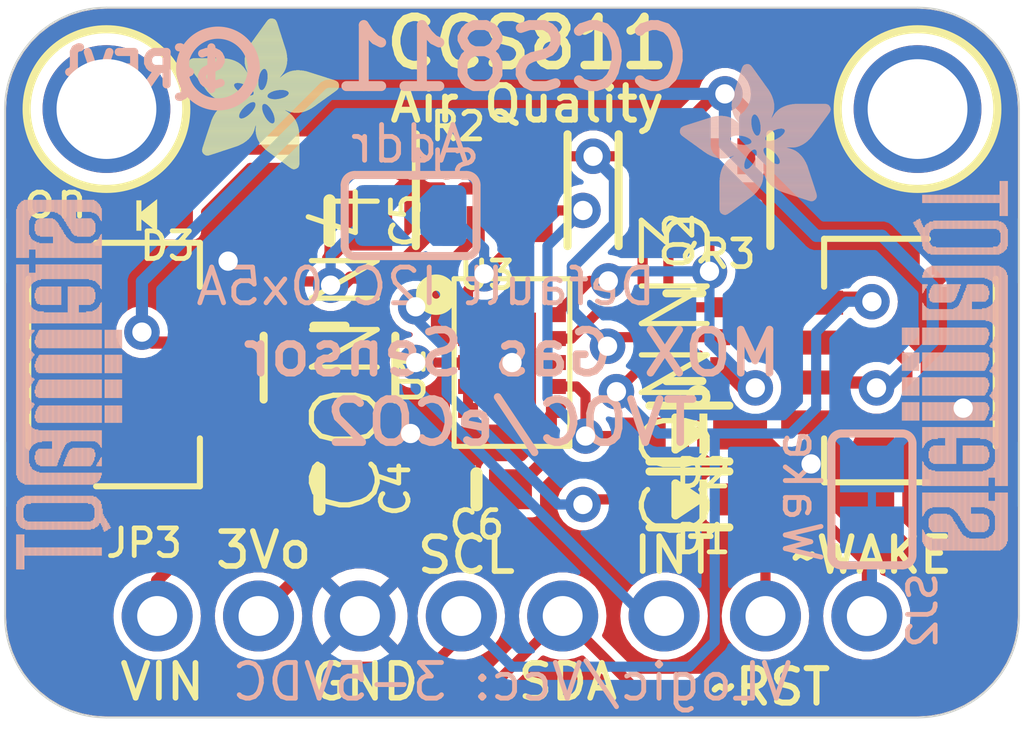
<source format=kicad_pcb>
(kicad_pcb (version 20221018) (generator pcbnew)
  (layers (0 "F.Cu" signal) (31 "B.Cu" signal) (34 "B.Paste" user) (35 "F.Paste" user) (36 "B.SilkS" user "B.Silkscreen") (37 "F.SilkS" user "F.Silkscreen") (38 "B.Mask" user) (39 "F.Mask" user) (44 "Edge.Cuts" user))
  (net 0 "")
  (net 1 "GND")
  (net 2 "SDA")
  (net 3 "SCL")
  (net 4 "3.3V")
  (net 5 "SCL_3V")
  (net 6 "SDA_3V")
  (net 7 "~{INT}")
  (net 8 "~{RST_3V}")
  (net 9 "~{WAKE_3V}")
  (net 10 "~{RESET}")
  (net 11 "~{WAKE}")
  (net 12 "ADDR")
  (net 13 "VCC")
  (net 14 "N$3")
  (net 15 "SENSE")
  (net 16 "AUX")
  (footprint "working:SOD-323" (layer "F.Cu") (at 152.9461 108.4326 180)
    (fp_text reference "D1" (at -1.1 -1) (layer "F.SilkS") (effects (font (size 0.692831 0.692831) (thickness 0.119969)) (justify right)))
    (fp_text value "1N4148")
    (pad "A" smd rect (at 1.27 0 180) (size 1.35 0.8) (layers "F.Cu" "F.Paste" "F.Mask") (net 8 "~{RST_3V}"))
    (pad "C" smd rect (at -1.27 0 180) (size 1.35 0.8) (layers "F.Cu" "F.Paste" "F.Mask") (net 10 "~{RESET}"))
  )
  (footprint "working:0805-NO" (layer "F.Cu") (at 143.9291 101.4476)
    (fp_text reference "C5" (at 1.905 -0.762 90) (layer "F.SilkS") (effects (font (size 0.692831 0.692831) (thickness 0.119969)) (justify right)))
    (fp_text value "10uF")
    (pad "1" smd rect (at -0.95 0) (size 1.24 1.5) (layers "F.Cu" "F.Paste" "F.Mask") (net 4 "3.3V"))
    (pad "2" smd rect (at 0.95 0) (size 1.24 1.5) (layers "F.Cu" "F.Paste" "F.Mask") (net 1 "GND"))
  )
  (footprint "working:CCS811" (layer "F.Cu") (at 148.5011 105.0036)
    (fp_text reference "U3" (at -1.4 -2.19) (layer "F.SilkS") (effects (font (size 0.692831 0.692831) (thickness 0.119969)) (justify left)))
    (fp_text value "CCS811")
    (pad "1" smd rect (at -1.1 -1.2) (size 0.5 0.375) (layers "F.Cu" "F.Paste" "F.Mask") (net 12 "ADDR"))
    (pad "2" smd rect (at -1.1 -0.6) (size 0.5 0.375) (layers "F.Cu" "F.Paste" "F.Mask") (net 8 "~{RST_3V}"))
    (pad "3" smd rect (at -1.1 0) (size 0.5 0.375) (layers "F.Cu" "F.Paste" "F.Mask") (net 7 "~{INT}"))
    (pad "4" smd rect (at -1.1 0.6) (size 0.5 0.375) (layers "F.Cu" "F.Paste" "F.Mask") (net 15 "SENSE"))
    (pad "5" smd rect (at -1.1 1.2) (size 0.5 0.375) (layers "F.Cu" "F.Paste" "F.Mask") (net 15 "SENSE"))
    (pad "6" smd rect (at 1.1 1.2) (size 0.5 0.375) (layers "F.Cu" "F.Paste" "F.Mask") (net 4 "3.3V"))
    (pad "7" smd rect (at 1.1 0.6) (size 0.5 0.375) (layers "F.Cu" "F.Paste" "F.Mask") (net 9 "~{WAKE_3V}"))
    (pad "8" smd rect (at 1.1 0) (size 0.5 0.375) (layers "F.Cu" "F.Paste" "F.Mask") (net 16 "AUX"))
    (pad "9" smd rect (at 1.1 -0.6) (size 0.5 0.375) (layers "F.Cu" "F.Paste" "F.Mask") (net 6 "SDA_3V"))
    (pad "10" smd rect (at 1.1 -1.2) (size 0.5 0.375) (layers "F.Cu" "F.Paste" "F.Mask") (net 5 "SCL_3V"))
    (pad "THERMAL" smd rect (at 0 0) (size 1.2 2.5) (layers "F.Cu" "F.Mask") (net 1 "GND"))
  )
  (footprint "working:ADAFRUIT_3.5MM" (layer "F.Cu") (at 140.3731 100.1776)
    (fp_text reference "U$45" hide)
    (fp_text value "" hide)
  )
  (footprint "working:SOT23-5" (layer "F.Cu") (at 143.9291 105.1306)
    (fp_text reference "U1" (at 2.032 -0.562 90) (layer "F.SilkS") (effects (font (size 0.692831 0.692831) (thickness 0.119969)) (justify right)))
    (fp_text value "AP2112K-3.3")
    (pad "1" smd rect (at -0.95 1.3001) (size 0.55 1.2) (layers "F.Cu" "F.Paste" "F.Mask") (net 13 "VCC"))
    (pad "2" smd rect (at 0 1.3001) (size 0.55 1.2) (layers "F.Cu" "F.Paste" "F.Mask") (net 1 "GND"))
    (pad "3" smd rect (at 0.95 1.3001) (size 0.55 1.2) (layers "F.Cu" "F.Paste" "F.Mask") (net 13 "VCC"))
    (pad "4" smd rect (at 0.95 -1.3001) (size 0.55 1.2) (layers "F.Cu" "F.Paste" "F.Mask"))
    (pad "5" smd rect (at -0.95 -1.3001) (size 0.55 1.2) (layers "F.Cu" "F.Paste" "F.Mask") (net 4 "3.3V"))
  )
  (footprint "working:JST_SH4" (layer "F.Cu") (at 158.5341 105.0036 90)
    (fp_text reference "CONN3" (at -4.6 -5.9 90) (layer "F.SilkS") (effects (font (size 1.647139 1.647139) (thickness 0.130861)) (justify left)))
    (fp_text value "STEMMA_I2C_QT" hide)
    (pad "1" smd rect (at -1.5 -2.514 180) (size 1.55 0.6) (layers "F.Cu" "F.Paste" "F.Mask") (net 1 "GND"))
    (pad "2" smd rect (at -0.5 -2.514 180) (size 1.55 0.6) (layers "F.Cu" "F.Paste" "F.Mask") (net 13 "VCC"))
    (pad "3" smd rect (at 0.5 -2.514 180) (size 1.55 0.6) (layers "F.Cu" "F.Paste" "F.Mask") (net 2 "SDA"))
    (pad "4" smd rect (at 1.5 -2.514 180) (size 1.55 0.6) (layers "F.Cu" "F.Paste" "F.Mask") (net 3 "SCL"))
    (pad "MT1" smd rect (at -2.8 1.386 180) (size 1.8 1.2) (layers "F.Cu" "F.Paste" "F.Mask") (net 1 "GND"))
    (pad "MT2" smd rect (at 2.8 1.386 180) (size 1.8 1.2) (layers "F.Cu" "F.Paste" "F.Mask") (net 1 "GND"))
  )
  (footprint "working:FIDUCIAL_1MM" (layer "F.Cu") (at 155.9941 97.1296)
    (fp_text reference "FID4" hide)
    (fp_text value "FIDUCIAL_1MM" hide)
    (pad "1" smd roundrect (at 0 0) (size 1 1) (layers "F.Cu" "F.Mask") (roundrect_rratio 0.5))
  )
  (footprint "working:RESPACK_4X0603" (layer "F.Cu") (at 153.0731 100.6856 180)
    (fp_text reference "R3" (at -1.6 -1.6) (layer "F.SilkS") (effects (font (size 0.692831 0.692831) (thickness 0.119969)) (justify right)))
    (fp_text value "10K")
    (pad "1" smd rect (at -1.3 0.85 180) (size 0.45 0.9) (layers "F.Cu" "F.Paste" "F.Mask") (net 13 "VCC"))
    (pad "2" smd rect (at -0.4 0.85 180) (size 0.45 0.9) (layers "F.Cu" "F.Paste" "F.Mask") (net 4 "3.3V"))
    (pad "3" smd rect (at 0.4 0.85 180) (size 0.45 0.9) (layers "F.Cu" "F.Paste" "F.Mask") (net 13 "VCC"))
    (pad "4" smd rect (at 1.3 0.85 180) (size 0.45 0.9) (layers "F.Cu" "F.Paste" "F.Mask") (net 4 "3.3V"))
    (pad "5" smd rect (at 1.3 -0.85 180) (size 0.45 0.9) (layers "F.Cu" "F.Paste" "F.Mask") (net 6 "SDA_3V"))
    (pad "6" smd rect (at 0.4 -0.85 180) (size 0.45 0.9) (layers "F.Cu" "F.Paste" "F.Mask") (net 2 "SDA"))
    (pad "7" smd rect (at -0.4 -0.85 180) (size 0.45 0.9) (layers "F.Cu" "F.Paste" "F.Mask") (net 5 "SCL_3V"))
    (pad "8" smd rect (at -1.3 -0.85 180) (size 0.45 0.9) (layers "F.Cu" "F.Paste" "F.Mask") (net 3 "SCL"))
  )
  (footprint "working:SOT363" (layer "F.Cu") (at 152.8191 104.3686 90)
    (fp_text reference "Q2" (at 1.651 -0.127 90) (layer "F.SilkS") (effects (font (size 0.692831 0.692831) (thickness 0.119969)) (justify left)))
    (fp_text value "BSS138")
    (pad "1" smd rect (at -0.75 0.9 90) (size 0.5 0.5) (layers "F.Cu" "F.Paste" "F.Mask") (net 5 "SCL_3V"))
    (pad "2" smd rect (at 0 0.9 90) (size 0.4 0.5) (layers "F.Cu" "F.Paste" "F.Mask") (net 4 "3.3V"))
    (pad "3" smd rect (at 0.75 0.9 90) (size 0.5 0.5) (layers "F.Cu" "F.Paste" "F.Mask") (net 2 "SDA"))
    (pad "4" smd rect (at 0.75 -0.9 90) (size 0.5 0.5) (layers "F.Cu" "F.Paste" "F.Mask") (net 6 "SDA_3V"))
    (pad "5" smd rect (at 0 -0.9 90) (size 0.4 0.5) (layers "F.Cu" "F.Paste" "F.Mask") (net 4 "3.3V"))
    (pad "6" smd rect (at -0.75 -0.9 90) (size 0.5 0.5) (layers "F.Cu" "F.Paste" "F.Mask") (net 3 "SCL"))
  )
  (footprint "working:0805-NO" (layer "F.Cu") (at 143.6751 108.1786)
    (fp_text reference "C4" (at 1.905 -0.762 90) (layer "F.SilkS") (effects (font (size 0.692831 0.692831) (thickness 0.119969)) (justify right)))
    (fp_text value "10uF")
    (pad "1" smd rect (at -0.95 0) (size 1.24 1.5) (layers "F.Cu" "F.Paste" "F.Mask") (net 13 "VCC"))
    (pad "2" smd rect (at 0.95 0) (size 1.24 1.5) (layers "F.Cu" "F.Paste" "F.Mask") (net 1 "GND"))
  )
  (footprint "working:MOUNTINGHOLE_2.5_PLATED" (layer "F.Cu") (at 158.6611 98.6536)
    (fp_text reference "U$40" hide)
    (fp_text value "MOUNTINGHOLE2.5" hide)
    (pad "P$1" thru_hole circle (at 0 0) (size 3.2 3.2) (drill 2.5) (layers "*.Cu" "*.Mask"))
    (zone (net 0) (net_name "") (layer "F.Cu") (connect_pads (clearance 0)) (min_thickness 0.25)
      (keepout (tracks not_allowed) (vias not_allowed) (pads not_allowed) (copperpour not_allowed) (footprints allowed))
      (fill (thermal_gap 0.5) (thermal_bridge_width 0.5))
      (polygon (pts (xy 160.6771 98.6536) (xy 160.65748 98.373027) (xy 160.599004 98.097915) (xy 160.502808 97.833619) (xy 160.370765 97.585283) (xy 160.205446 97.35774) (xy 160.010067 97.15542) (xy 159.788433 96.98226) (xy 159.544856 96.841631) (xy 159.284078 96.73627) (xy 159.011175 96.668228) (xy 158.731457 96.638828) (xy 158.450371 96.648644) (xy 158.173385 96.697484) (xy 157.905893 96.784397) (xy 157.6531 96.907693) (xy 157.419926 97.06497) (xy 157.210911 97.253169) (xy 157.030122 97.468625) (xy 156.881078 97.707145) (xy 156.76668 97.964087) (xy 156.689154 98.23445) (xy 156.650011 98.512971) (xy 156.650011 98.794229) (xy 156.689154 99.07275) (xy 156.76668 99.343113) (xy 156.881078 99.600055) (xy 157.030122 99.838575) (xy 157.210911 100.054031) (xy 157.419926 100.24223) (xy 157.6531 100.399507) (xy 157.905893 100.522803) (xy 158.173385 100.609716) (xy 158.450371 100.658556) (xy 158.731457 100.668372) (xy 159.011175 100.638972) (xy 159.284078 100.57093) (xy 159.544856 100.465569) (xy 159.788433 100.32494) (xy 160.010067 100.15178) (xy 160.205446 99.94946) (xy 160.370765 99.721917) (xy 160.502808 99.473581) (xy 160.599004 99.209285) (xy 160.65748 98.934173)))
      (polygon (pts (xy 158.6451 98.6536) (xy 158.649786 98.664914) (xy 158.6611 98.6696) (xy 158.672414 98.664914) (xy 158.6771 98.6536) (xy 158.672414 98.642286) (xy 158.6611 98.6376) (xy 158.649786 98.642286)))
    )
    (zone (net 0) (net_name "") (layer "B.Cu") (connect_pads (clearance 0)) (min_thickness 0.25)
      (keepout (tracks not_allowed) (vias not_allowed) (pads not_allowed) (copperpour not_allowed) (footprints allowed))
      (fill (thermal_gap 0.5) (thermal_bridge_width 0.5))
      (polygon (pts (xy 160.6771 98.6536) (xy 160.65748 98.373027) (xy 160.599004 98.097915) (xy 160.502808 97.833619) (xy 160.370765 97.585283) (xy 160.205446 97.35774) (xy 160.010067 97.15542) (xy 159.788433 96.98226) (xy 159.544856 96.841631) (xy 159.284078 96.73627) (xy 159.011175 96.668228) (xy 158.731457 96.638828) (xy 158.450371 96.648644) (xy 158.173385 96.697484) (xy 157.905893 96.784397) (xy 157.6531 96.907693) (xy 157.419926 97.06497) (xy 157.210911 97.253169) (xy 157.030122 97.468625) (xy 156.881078 97.707145) (xy 156.76668 97.964087) (xy 156.689154 98.23445) (xy 156.650011 98.512971) (xy 156.650011 98.794229) (xy 156.689154 99.07275) (xy 156.76668 99.343113) (xy 156.881078 99.600055) (xy 157.030122 99.838575) (xy 157.210911 100.054031) (xy 157.419926 100.24223) (xy 157.6531 100.399507) (xy 157.905893 100.522803) (xy 158.173385 100.609716) (xy 158.450371 100.658556) (xy 158.731457 100.668372) (xy 159.011175 100.638972) (xy 159.284078 100.57093) (xy 159.544856 100.465569) (xy 159.788433 100.32494) (xy 160.010067 100.15178) (xy 160.205446 99.94946) (xy 160.370765 99.721917) (xy 160.502808 99.473581) (xy 160.599004 99.209285) (xy 160.65748 98.934173)))
      (polygon (pts (xy 158.6451 98.6536) (xy 158.649786 98.664914) (xy 158.6611 98.6696) (xy 158.672414 98.664914) (xy 158.6771 98.6536) (xy 158.672414 98.642286) (xy 158.6611 98.6376) (xy 158.649786 98.642286)))
    )
  )
  (footprint "working:MOUNTINGHOLE_2.5_PLATED" (layer "F.Cu") (at 138.3411 98.6536)
    (fp_text reference "U$39" hide)
    (fp_text value "MOUNTINGHOLE2.5" hide)
    (pad "P$1" thru_hole circle (at 0 0) (size 3.2 3.2) (drill 2.5) (layers "*.Cu" "*.Mask"))
    (zone (net 0) (net_name "") (layer "F.Cu") (connect_pads (clearance 0)) (min_thickness 0.25)
      (keepout (tracks not_allowed) (vias not_allowed) (pads not_allowed) (copperpour not_allowed) (footprints allowed))
      (fill (thermal_gap 0.5) (thermal_bridge_width 0.5))
      (polygon (pts (xy 140.3571 98.6536) (xy 140.33748 98.373027) (xy 140.279004 98.097915) (xy 140.182808 97.833619) (xy 140.050765 97.585283) (xy 139.885446 97.35774) (xy 139.690067 97.15542) (xy 139.468433 96.98226) (xy 139.224856 96.841631) (xy 138.964078 96.73627) (xy 138.691175 96.668228) (xy 138.411457 96.638828) (xy 138.130371 96.648644) (xy 137.853385 96.697484) (xy 137.585893 96.784397) (xy 137.3331 96.907693) (xy 137.099926 97.06497) (xy 136.890911 97.253169) (xy 136.710122 97.468625) (xy 136.561078 97.707145) (xy 136.44668 97.964087) (xy 136.369154 98.23445) (xy 136.330011 98.512971) (xy 136.330011 98.794229) (xy 136.369154 99.07275) (xy 136.44668 99.343113) (xy 136.561078 99.600055) (xy 136.710122 99.838575) (xy 136.890911 100.054031) (xy 137.099926 100.24223) (xy 137.3331 100.399507) (xy 137.585893 100.522803) (xy 137.853385 100.609716) (xy 138.130371 100.658556) (xy 138.411457 100.668372) (xy 138.691175 100.638972) (xy 138.964078 100.57093) (xy 139.224856 100.465569) (xy 139.468433 100.32494) (xy 139.690067 100.15178) (xy 139.885446 99.94946) (xy 140.050765 99.721917) (xy 140.182808 99.473581) (xy 140.279004 99.209285) (xy 140.33748 98.934173)))
      (polygon (pts (xy 138.3251 98.6536) (xy 138.329786 98.664914) (xy 138.3411 98.6696) (xy 138.352414 98.664914) (xy 138.3571 98.6536) (xy 138.352414 98.642286) (xy 138.3411 98.6376) (xy 138.329786 98.642286)))
    )
    (zone (net 0) (net_name "") (layer "B.Cu") (connect_pads (clearance 0)) (min_thickness 0.25)
      (keepout (tracks not_allowed) (vias not_allowed) (pads not_allowed) (copperpour not_allowed) (footprints allowed))
      (fill (thermal_gap 0.5) (thermal_bridge_width 0.5))
      (polygon (pts (xy 140.3571 98.6536) (xy 140.33748 98.373027) (xy 140.279004 98.097915) (xy 140.182808 97.833619) (xy 140.050765 97.585283) (xy 139.885446 97.35774) (xy 139.690067 97.15542) (xy 139.468433 96.98226) (xy 139.224856 96.841631) (xy 138.964078 96.73627) (xy 138.691175 96.668228) (xy 138.411457 96.638828) (xy 138.130371 96.648644) (xy 137.853385 96.697484) (xy 137.585893 96.784397) (xy 137.3331 96.907693) (xy 137.099926 97.06497) (xy 136.890911 97.253169) (xy 136.710122 97.468625) (xy 136.561078 97.707145) (xy 136.44668 97.964087) (xy 136.369154 98.23445) (xy 136.330011 98.512971) (xy 136.330011 98.794229) (xy 136.369154 99.07275) (xy 136.44668 99.343113) (xy 136.561078 99.600055) (xy 136.710122 99.838575) (xy 136.890911 100.054031) (xy 137.099926 100.24223) (xy 137.3331 100.399507) (xy 137.585893 100.522803) (xy 137.853385 100.609716) (xy 138.130371 100.658556) (xy 138.411457 100.668372) (xy 138.691175 100.638972) (xy 138.964078 100.57093) (xy 139.224856 100.465569) (xy 139.468433 100.32494) (xy 139.690067 100.15178) (xy 139.885446 99.94946) (xy 140.050765 99.721917) (xy 140.182808 99.473581) (xy 140.279004 99.209285) (xy 140.33748 98.934173)))
      (polygon (pts (xy 138.3251 98.6536) (xy 138.329786 98.664914) (xy 138.3411 98.6696) (xy 138.352414 98.664914) (xy 138.3571 98.6536) (xy 138.352414 98.642286) (xy 138.3411 98.6376) (xy 138.329786 98.642286)))
    )
  )
  (footprint "working:FIDUCIAL_1MM" (layer "F.Cu") (at 136.9441 109.5756)
    (fp_text reference "FID3" hide)
    (fp_text value "FIDUCIAL_1MM" hide)
    (pad "1" smd roundrect (at 0 0) (size 1 1) (layers "F.Cu" "F.Mask") (roundrect_rratio 0.5))
  )
  (footprint "working:0603-NO" (layer "F.Cu") (at 147.6121 108.1786 180)
    (fp_text reference "C6" (at -0.762 -0.889) (layer "F.SilkS") (effects (font (size 0.692831 0.692831) (thickness 0.119969)) (justify right)))
    (fp_text value "0.1uF")
    (pad "1" smd rect (at -0.85 0 180) (size 1.075 1) (layers "F.Cu" "F.Paste" "F.Mask") (net 4 "3.3V"))
    (pad "2" smd rect (at 0.85 0 180) (size 1.075 1) (layers "F.Cu" "F.Paste" "F.Mask") (net 1 "GND"))
  )
  (footprint "working:CHIPLED_0603_NOOUTLINE" (layer "F.Cu") (at 139.3571 101.3206 90)
    (fp_text reference "D3" (at -0.762 1.27) (layer "F.SilkS") (effects (font (size 0.692831 0.692831) (thickness 0.119969)) (justify right)))
    (fp_text value "GREEN")
    (pad "A" smd rect (at 0 0.75 90) (size 0.8 0.8) (layers "F.Cu" "F.Paste" "F.Mask") (net 14 "N$3"))
    (pad "C" smd rect (at 0 -0.75 90) (size 0.8 0.8) (layers "F.Cu" "F.Paste" "F.Mask") (net 1 "GND"))
  )
  (footprint "working:SOD-323" (layer "F.Cu") (at 152.9461 106.7816 180)
    (fp_text reference "D2" (at -1.1 -1) (layer "F.SilkS") (effects (font (size 0.692831 0.692831) (thickness 0.119969)) (justify right)))
    (fp_text value "1N4148")
    (pad "A" smd rect (at 1.27 0 180) (size 1.35 0.8) (layers "F.Cu" "F.Paste" "F.Mask") (net 9 "~{WAKE_3V}"))
    (pad "C" smd rect (at -1.27 0 180) (size 1.35 0.8) (layers "F.Cu" "F.Paste" "F.Mask") (net 11 "~{WAKE}"))
  )
  (footprint "working:RESPACK_4X0603" (layer "F.Cu") (at 147.9931 100.6856)
    (fp_text reference "R2" (at -1.6 -1.6) (layer "F.SilkS") (effects (font (size 0.692831 0.692831) (thickness 0.119969)) (justify left)))
    (fp_text value "10K")
    (pad "1" smd rect (at -1.3 0.85) (size 0.45 0.9) (layers "F.Cu" "F.Paste" "F.Mask") (net 4 "3.3V"))
    (pad "2" smd rect (at -0.4 0.85) (size 0.45 0.9) (layers "F.Cu" "F.Paste" "F.Mask") (net 8 "~{RST_3V}"))
    (pad "3" smd rect (at 0.4 0.85) (size 0.45 0.9) (layers "F.Cu" "F.Paste" "F.Mask") (net 12 "ADDR"))
    (pad "4" smd rect (at 1.3 0.85) (size 0.45 0.9) (layers "F.Cu" "F.Paste" "F.Mask") (net 9 "~{WAKE_3V}"))
    (pad "5" smd rect (at 1.3 -0.85) (size 0.45 0.9) (layers "F.Cu" "F.Paste" "F.Mask") (net 4 "3.3V"))
    (pad "6" smd rect (at 0.4 -0.85) (size 0.45 0.9) (layers "F.Cu" "F.Paste" "F.Mask") (net 1 "GND"))
    (pad "7" smd rect (at -0.4 -0.85) (size 0.45 0.9) (layers "F.Cu" "F.Paste" "F.Mask") (net 4 "3.3V"))
    (pad "8" smd rect (at -1.3 -0.85) (size 0.45 0.9) (layers "F.Cu" "F.Paste" "F.Mask") (net 14 "N$3"))
  )
  (footprint "working:JST_SH4" (layer "F.Cu") (at 138.4681 105.0036 -90)
    (fp_text reference "CONN4" (at -4.6 -5.9 90) (layer "F.SilkS") (effects (font (size 1.647139 1.647139) (thickness 0.130861)) (justify right)))
    (fp_text value "STEMMA_I2C_QT" hide)
    (pad "1" smd rect (at -1.5 -2.514) (size 1.55 0.6) (layers "F.Cu" "F.Paste" "F.Mask") (net 1 "GND"))
    (pad "2" smd rect (at -0.5 -2.514) (size 1.55 0.6) (layers "F.Cu" "F.Paste" "F.Mask") (net 13 "VCC"))
    (pad "3" smd rect (at 0.5 -2.514) (size 1.55 0.6) (layers "F.Cu" "F.Paste" "F.Mask") (net 2 "SDA"))
    (pad "4" smd rect (at 1.5 -2.514) (size 1.55 0.6) (layers "F.Cu" "F.Paste" "F.Mask") (net 3 "SCL"))
    (pad "MT1" smd rect (at -2.8 1.386) (size 1.8 1.2) (layers "F.Cu" "F.Paste" "F.Mask") (net 1 "GND"))
    (pad "MT2" smd rect (at 2.8 1.386) (size 1.8 1.2) (layers "F.Cu" "F.Paste" "F.Mask") (net 1 "GND"))
  )
  (footprint "working:1X08_ROUND_70" (layer "F.Cu") (at 148.5011 111.3536)
    (fp_text reference "JP3" (at -10.2362 -1.8288) (layer "F.SilkS") (effects (font (size 0.692831 0.692831) (thickness 0.119969)) (justify left)))
    (fp_text value "")
    (pad "1" thru_hole circle (at -8.89 0 90) (size 1.778 1.778) (drill 1) (layers "*.Cu" "*.Mask") (net 13 "VCC"))
    (pad "2" thru_hole circle (at -6.35 0 90) (size 1.778 1.778) (drill 1) (layers "*.Cu" "*.Mask") (net 4 "3.3V"))
    (pad "3" thru_hole circle (at -3.81 0 90) (size 1.778 1.778) (drill 1) (layers "*.Cu" "*.Mask") (net 1 "GND"))
    (pad "4" thru_hole circle (at -1.27 0 90) (size 1.778 1.778) (drill 1) (layers "*.Cu" "*.Mask") (net 3 "SCL"))
    (pad "5" thru_hole circle (at 1.27 0 90) (size 1.778 1.778) (drill 1) (layers "*.Cu" "*.Mask") (net 2 "SDA"))
    (pad "6" thru_hole circle (at 3.81 0 90) (size 1.778 1.778) (drill 1) (layers "*.Cu" "*.Mask") (net 7 "~{INT}"))
    (pad "7" thru_hole circle (at 6.35 0 90) (size 1.778 1.778) (drill 1) (layers "*.Cu" "*.Mask") (net 10 "~{RESET}"))
    (pad "8" thru_hole circle (at 8.89 0 90) (size 1.778 1.778) (drill 1) (layers "*.Cu" "*.Mask") (net 11 "~{WAKE}"))
  )
  (footprint "working:PCBFEAT-REV-040" (layer "B.Cu") (at 141.1351 97.6376 180)
    (fp_text reference "U$46" hide)
    (fp_text value "" hide)
    (fp_text user "${REV}" (at -0.3556 -0.508) (layer "B.SilkS") (effects (font (size 0.8128 0.8128) (thickness 0.2032)) (justify left bottom mirror)))
  )
  (footprint "working:SOLDERJUMPER_ARROW_NOPASTE" (layer "B.Cu") (at 145.9611 101.3206 180)
    (fp_text reference "SJ1" (at -1.778 1.27) (layer "B.SilkS") (effects (font (size 0.692831 0.692831) (thickness 0.119969)) (justify left mirror)))
    (fp_text value "")
    (fp_poly (pts (xy 0.201021 0) (xy -0.560979 -0.762) (xy -1.1684 -0.762) (xy -1.1684 0.762) (xy -0.560979 0.762)) (fill solid) (layer "B.Cu"))
    (fp_poly (pts (xy 1.1684 -0.762) (xy -0.186831 -0.762) (xy 0.548892 0) (xy -0.186831 0.762) (xy 1.1684 0.762)) (fill solid) (layer "B.Cu"))
    (pad "1" smd roundrect (at -1.016 0 180) (size 0.762 1.524) (layers "B.Cu") (net 12 "ADDR"))
    (pad "2" smd roundrect (at 1.016 0 180) (size 0.762 1.524) (layers "B.Cu") (net 4 "3.3V"))
  )
  (footprint "working:STEMMAQT" (layer "B.Cu") (at 138.7221 100.9396 -90)
    (fp_text reference "U$48" hide)
    (fp_text value "" hide)
  )
  (footprint "working:STEMMAQT" (layer "B.Cu") (at 158.2801 109.7026 90)
    (fp_text reference "U$47" hide)
    (fp_text value "" hide)
  )
  (footprint "working:ADAFRUIT_3.5MM" (layer "B.Cu") (at 156.5021 101.3206 180)
    (fp_text reference "U$1" hide)
    (fp_text value "" hide)
  )
  (footprint "working:SOLDERJUMPER_CLOSEDWIRE" (layer "B.Cu") (at 157.5181 108.4326 90)
    (fp_text reference "SJ2" (at -1.778 1.27 90) (layer "B.SilkS") (effects (font (size 0.692831 0.692831) (thickness 0.119969)) (justify left mirror)))
    (fp_text value "")
    (pad "1" smd rect (at -0.762 0 90) (size 1.1684 1.6002) (layers "B.Cu") (net 11 "~{WAKE}"))
    (pad "2" smd rect (at 0.762 0 90) (size 1.1684 1.6002) (layers "B.Cu") (net 1 "GND"))
    (pad "WIRE" smd rect (at 0 0 270) (size 0.635 0.2032) (layers "B.Cu"))
  )
  (gr_line (start 138.3411 113.8936) (end 158.6611 113.8936) (stroke (width 0.05)) (layer "Edge.Cuts"))
  (gr_arc (start 161.2011 111.3536) (mid 160.457151 113.149651) (end 158.6611 113.8936) (stroke (width 0.05)) (layer "Edge.Cuts"))
  (gr_line (start 135.8011 98.6536) (end 135.8011 111.3536) (stroke (width 0.05)) (layer "Edge.Cuts"))
  (gr_arc (start 138.3411 113.8936) (mid 136.545049 113.149651) (end 135.8011 111.3536) (stroke (width 0.05)) (layer "Edge.Cuts"))
  (gr_arc (start 135.8011 98.6536) (mid 136.545049 96.857549) (end 138.3411 96.1136) (stroke (width 0.05)) (layer "Edge.Cuts"))
  (gr_arc (start 158.6611 96.1136) (mid 160.457151 96.857549) (end 161.2011 98.6536) (stroke (width 0.05)) (layer "Edge.Cuts"))
  (gr_line (start 158.6611 96.1136) (end 138.3411 96.1136) (stroke (width 0.05)) (layer "Edge.Cuts"))
  (gr_line (start 161.2011 111.3536) (end 161.2011 98.6536) (stroke (width 0.05)) (layer "Edge.Cuts"))
  (gr_text "Default I2C 0x5A" (at 146.3421 103.0986) (layer "B.SilkS") (effects (font (size 0.89408 0.89408) (thickness 0.12192)) (justify mirror)))
  (gr_text "Wake" (at 155.2321 110.0836 -90) (layer "B.SilkS") (effects (font (size 0.89408 0.89408) (thickness 0.12192)) (justify left bottom mirror)))
  (gr_text "Addr" (at 147.4851 100.0506) (layer "B.SilkS") (effects (font (size 0.89408 0.89408) (thickness 0.12192)) (justify left bottom mirror)))
  (gr_text "VLogic/Vcc: 3-5VDC" (at 148.5011 113.0046) (layer "B.SilkS") (effects (font (size 0.89408 0.89408) (thickness 0.12192)) (justify mirror)))
  (gr_text "MOX Gas Sensor\nTVOC/eCO2" (at 148.5011 105.6386) (layer "B.SilkS") (effects (font (size 1.0795 1.0795) (thickness 0.1905)) (justify mirror)))
  (gr_text "CCS811" (at 148.5011 97.3836) (layer "B.SilkS") (effects (font (size 1.52908 1.52908) (thickness 0.24892)) (justify mirror)))
  (gr_text "Air Quality" (at 148.8821 98.5266) (layer "F.SilkS") (effects (font (size 0.8636 0.8636) (thickness 0.1524))))
  (gr_text "SDA" (at 149.8981 113.0046) (layer "F.SilkS") (effects (font (size 0.87376 0.87376) (thickness 0.14224))))
  (gr_text "SCL" (at 147.3581 109.8296) (layer "F.SilkS") (effects (font (size 0.87376 0.87376) (thickness 0.14224))))
  (gr_text "3Vo" (at 142.2781 109.7026) (layer "F.SilkS") (effects (font (size 0.87376 0.87376) (thickness 0.14224))))
  (gr_text "on" (at 136.1821 101.4476) (layer "F.SilkS") (effects (font (size 0.89408 0.89408) (thickness 0.12192)) (justify left bottom)))
  (gr_text "VIN" (at 139.7381 113.0046) (layer "F.SilkS") (effects (font (size 0.87376 0.87376) (thickness 0.14224))))
  (gr_text "~WAKE" (at 157.5181 109.8296) (layer "F.SilkS") (effects (font (size 0.8636 0.8636) (thickness 0.1524))))
  (gr_text "CCS811" (at 148.8821 97.0026) (layer "F.SilkS") (effects (font (size 1.20904 1.20904) (thickness 0.21336))))
  (gr_text "~RST" (at 154.9781 113.1316) (layer "F.SilkS") (effects (font (size 0.8636 0.8636) (thickness 0.1524))))
  (gr_text "INT" (at 152.5651 109.8296) (layer "F.SilkS") (effects (font (size 0.87376 0.87376) (thickness 0.14224))))
  (gr_text "GND" (at 144.8181 113.0046) (layer "F.SilkS") (effects (font (size 0.87376 0.87376) (thickness 0.14224))))
  (segment (start 143.9291 107.4826) (end 144.6251 108.1786) (width 0.254) (layer "F.Cu") (net 1))
  (segment (start 143.9291 106.4307) (end 143.9291 107.4826) (width 0.254) (layer "F.Cu") (net 1))
  (via (at 145.9611 106.7816) (size 0.889) (drill 0.4826) (layers "F.Cu" "B.Cu") (net 1))
  (via (at 159.8041 106.1466) (size 0.889) (drill 0.4826) (layers "F.Cu" "B.Cu") (net 1))
  (via (at 141.3891 102.4636) (size 0.889) (drill 0.4826) (layers "F.Cu" "B.Cu") (net 1))
  (via (at 155.9941 107.5436) (size 0.889) (drill 0.4826) (layers "F.Cu" "B.Cu") (net 1))
  (via (at 148.5011 105.0036) (size 0.889) (drill 0.4826) (layers "F.Cu" "B.Cu") (net 1))
  (segment (start 139.4841 108.675019) (end 137.9347 110.224419) (width 0.254) (layer "F.Cu") (net 2))
  (segment (start 152.4191 103.0796) (end 152.9581 103.6186) (width 0.254) (layer "F.Cu") (net 2))
  (segment (start 151.5491 113.1316) (end 158.0261 113.1316) (width 0.254) (layer "F.Cu") (net 2))
  (segment (start 139.8731 105.5036) (end 139.4841 105.8926) (width 0.254) (layer "F.Cu") (net 2))
  (segment (start 156.0201 104.5036) (end 157.9071 104.5036) (width 0.254) (layer "F.Cu") (net 2))
  (segment (start 152.4191 101.7896) (end 152.4191 103.0796) (width 0.254) (layer "F.Cu") (net 2))
  (segment (start 152.6731 101.5356) (end 152.4191 101.7896) (width 0.254) (layer "F.Cu") (net 2))
  (segment (start 153.7191 103.6186) (end 154.1011 103.6186) (width 0.254) (layer "F.Cu") (net 2))
  (segment (start 149.7711 111.3536) (end 151.5491 113.1316) (width 0.254) (layer "F.Cu") (net 2))
  (segment (start 154.1011 103.6186) (end 154.9861 104.5036) (width 0.254) (layer "F.Cu") (net 2))
  (segment (start 157.9071 104.5036) (end 158.4071 105.0036) (width 0.254) (layer "F.Cu") (net 2))
  (segment (start 137.9347 110.224419) (end 137.9347 112.355782) (width 0.254) (layer "F.Cu") (net 2))
  (segment (start 140.9821 105.5036) (end 139.8731 105.5036) (width 0.254) (layer "F.Cu") (net 2))
  (segment (start 139.4841 105.8926) (end 139.4841 108.675019) (width 0.254) (layer "F.Cu") (net 2))
  (segment (start 159.1691 111.9886) (end 159.1691 109.7026) (width 0.254) (layer "F.Cu") (net 2))
  (segment (start 152.9581 103.6186) (end 153.7191 103.6186) (width 0.254) (layer "F.Cu") (net 2))
  (segment (start 148.0439 113.0808) (end 149.7711 111.3536) (width 0.254) (layer "F.Cu") (net 2))
  (segment (start 154.9861 104.5036) (end 156.0201 104.5036) (width 0.254) (layer "F.Cu") (net 2))
  (segment (start 158.4071 105.0036) (end 158.4071 108.9406) (width 0.254) (layer "F.Cu") (net 2))
  (segment (start 137.9347 112.355782) (end 138.659718 113.0808) (width 0.254) (layer "F.Cu") (net 2))
  (segment (start 138.659718 113.0808) (end 148.0439 113.0808) (width 0.254) (layer "F.Cu") (net 2))
  (segment (start 158.4071 108.9406) (end 159.1691 109.7026) (width 0.254) (layer "F.Cu") (net 2))
  (segment (start 158.0261 113.1316) (end 159.1691 111.9886) (width 0.254) (layer "F.Cu") (net 2))
  (segment (start 157.5181 103.4796) (end 157.5181 103.3526) (width 0.254) (layer "F.Cu") (net 3))
  (segment (start 146.4691 112.6236) (end 147.2311 111.8616) (width 0.254) (layer "F.Cu") (net 3))
  (segment (start 155.2561 103.5036) (end 156.0201 103.5036) (width 0.254) (layer "F.Cu") (net 3))
  (segment (start 138.3919 110.4138) (end 138.3919 112.1664) (width 0.254) (layer "F.Cu") (net 3))
  (segment (start 156.0201 103.5036) (end 156.1711 103.3526) (width 0.254) (layer "F.Cu") (net 3))
  (segment (start 140.9821 107.8236) (end 138.3919 110.4138) (width 0.254) (layer "F.Cu") (net 3))
  (segment (start 151.9191 105.1186) (end 151.7326 105.1186) (width 0.254) (layer "F.Cu") (net 3))
  (segment (start 151.7326 105.1186) (end 151.1173 105.7339) (width 0.254) (layer "F.Cu") (net 3))
  (segment (start 147.2311 111.8616) (end 147.2311 111.3536) (width 0.254) (layer "F.Cu") (net 3))
  (segment (start 138.8491 112.6236) (end 146.4691 112.6236) (width 0.254) (layer "F.Cu") (net 3))
  (segment (start 157.5181 103.3526) (end 156.1711 103.3526) (width 0.254) (layer "F.Cu") (net 3))
  (segment (start 138.3919 112.1664) (end 138.8491 112.6236) (width 0.254) (layer "F.Cu") (net 3))
  (segment (start 154.3731 102.6206) (end 155.2561 103.5036) (width 0.254) (layer "F.Cu") (net 3))
  (segment (start 140.9821 106.5036) (end 140.9821 107.8236) (width 0.254) (layer "F.Cu") (net 3))
  (segment (start 154.3731 101.5356) (end 154.3731 102.6206) (width 0.254) (layer "F.Cu") (net 3))
  (via (at 157.5181 103.4796) (size 0.889) (drill 0.4826) (layers "F.Cu" "B.Cu") (net 3))
  (via (at 151.1173 105.7339) (size 0.889) (drill 0.4826) (layers "F.Cu" "B.Cu") (net 3))
  (segment (start 148.5011 112.6236) (end 152.9461 112.6236) (width 0.254) (layer "B.Cu") (net 3))
  (segment (start 156.1211 104.2416) (end 156.1211 106.1466) (width 0.254) (layer "B.Cu") (net 3))
  (segment (start 152.165 106.7816) (end 153.5811 106.7816) (width 0.254) (layer "B.Cu") (net 3))
  (segment (start 156.8831 103.4796) (end 157.5181 103.4796) (width 0.254) (layer "B.Cu") (net 3))
  (segment (start 147.2311 111.3536) (end 148.5011 112.6236) (width 0.254) (layer "B.Cu") (net 3))
  (segment (start 151.1173 105.7339) (end 152.165 106.7816) (width 0.254) (layer "B.Cu") (net 3))
  (segment (start 153.5811 111.9886) (end 153.5811 106.7816) (width 0.254) (layer "B.Cu") (net 3))
  (segment (start 156.8831 103.4796) (end 156.1211 104.2416) (width 0.254) (layer "B.Cu") (net 3))
  (segment (start 155.4861 106.7816) (end 156.1211 106.1466) (width 0.254) (layer "B.Cu") (net 3))
  (segment (start 153.5811 106.7816) (end 155.4861 106.7816) (width 0.254) (layer "B.Cu") (net 3))
  (segment (start 152.9461 112.6236) (end 153.5811 111.9886) (width 0.254) (layer "B.Cu") (net 3))
  (segment (start 151.9191 104.3686) (end 151.120693 104.3686) (width 0.254) (layer "F.Cu") (net 4))
  (segment (start 153.7191 104.3686) (end 151.9191 104.3686) (width 0.254) (layer "F.Cu") (net 4))
  (segment (start 151.120693 104.3686) (end 150.8944 104.594894) (width 0.254) (layer "F.Cu") (net 4))
  (segment (start 147.2755 100.6412) (end 146.6931 101.2236) (width 0.3048) (layer "F.Cu") (net 4))
  (segment (start 147.8661 109.5756) (end 148.4621 108.9796) (width 0.3048) (layer "F.Cu") (net 4))
  (segment (start 147.728606 100.73) (end 147.5931 100.594494) (width 0.3048) (layer "F.Cu") (net 4))
  (segment (start 149.2931 100.73) (end 149.2931 99.8356) (width 0.3048) (layer "F.Cu") (net 4))
  (segment (start 145.3538 102.8749) (end 144.456806 102.8749) (width 0.3048) (layer "F.Cu") (net 4))
  (segment (start 147.5931 99.8356) (end 147.5931 100.594494) (width 0.3048) (layer "F.Cu") (net 4))
  (segment (start 149.2931 99.8356) (end 150.5331 99.8356) (width 0.254) (layer "F.Cu") (net 4))
  (segment (start 146.2151 102.0136) (end 145.3538 102.8749) (width 0.3048) (layer "F.Cu") (net 4))
  (segment (start 142.9791 102.9716) (end 142.9791 101.4476) (width 0.3048) (layer "F.Cu") (net 4))
  (segment (start 149.6011 106.2036) (end 149.4741 106.3306) (width 0.3048) (layer "F.Cu") (net 4))
  (segment (start 146.6931 101.5356) (end 146.2151 102.0136) (width 0.3048) (layer "F.Cu") (net 4))
  (segment (start 149.4741 107.2936) (end 148.4621 108.3056) (width 0.3048) (layer "F.Cu") (net 4))
  (segment (start 152.0571 100.6856) (end 153.2001 100.6856) (width 0.3048) (layer "F.Cu") (net 4))
  (segment (start 152.8083 107.6388) (end 149.848325 107.6388) (width 0.254) (layer "F.Cu") (net 4))
  (segment (start 149.488612 107.279088) (end 149.4741 107.2936) (width 0.3048) (layer "F.Cu") (net 4))
  (segment (start 152.8083 104.659825) (end 152.517075 104.3686) (width 0.254) (layer "F.Cu") (net 4))
  (segment (start 153.4731 100.4126) (end 153.4731 99.8356) (width 0.3048) (layer "F.Cu") (net 4))
  (segment (start 143.9291 109.5756) (end 147.8661 109.5756) (width 0.3048) (layer "F.Cu") (net 4))
  (segment (start 149.4741 106.3306) (end 149.4741 107.2936) (width 0.3048) (layer "F.Cu") (net 4))
  (segment (start 148.4621 108.9796) (end 148.4621 108.3056) (width 0.3048) (layer "F.Cu") (net 4))
  (segment (start 149.848325 107.6388) (end 149.488612 107.279088) (width 0.254) (layer "F.Cu") (net 4))
  (segment (start 150.5331 99.8356) (end 151.7731 99.8356) (width 0.254) (layer "F.Cu") (net 4))
  (segment (start 151.7731 100.4016) (end 152.0571 100.6856) (width 0.3048) (layer "F.Cu") (net 4))
  (segment (start 147.5931 99.8356) (end 147.5931 100.621494) (width 0.3048) (layer "F.Cu") (net 4))
  (segment (start 153.2001 100.6856) (end 153.4731 100.4126) (width 0.3048) (layer "F.Cu") (net 4))
  (segment (start 151.7731 99.8356) (end 151.7731 100.4016) (width 0.3048) (layer "F.Cu") (net 4))
  (segment (start 148.4621 108.3056) (end 148.4621 108.1786) (width 0.3048) (layer "F.Cu") (net 4))
  (segment (start 151.9191 104.3686) (end 152.517075 104.3686) (width 0.254) (layer "F.Cu") (net 4))
  (segment (start 144.266818 103.064888) (end 143.9564 103.064888) (width 0.3048) (layer "F.Cu") (net 4))
  (segment (start 147.573393 100.6412) (end 147.2755 100.6412) (width 0.3048) (layer "F.Cu") (net 4))
  (segment (start 143.863112 102.9716) (end 142.9791 102.9716) (width 0.254) (layer "F.Cu") (net 4))
  (segment (start 144.456806 102.8749) (end 144.266818 103.064888) (width 0.3048) (layer "F.Cu") (net 4))
  (segment (start 143.9564 103.064888) (end 143.863112 102.9716) (width 0.254) (layer "F.Cu") (net 4))
  (segment (start 147.5931 100.621494) (end 147.573393 100.6412) (width 0.3048) (layer "F.Cu") (net 4))
  (segment (start 147.728606 100.73) (end 149.2931 100.73) (width 0.3048) (layer "F.Cu") (net 4))
  (segment (start 142.9791 103.8305) (end 142.9791 102.9716) (width 0.3048) (layer "F.Cu") (net 4))
  (segment (start 152.8083 104.659825) (end 152.8083 107.6388) (width 0.254) (layer "F.Cu") (net 4))
  (segment (start 142.1511 111.3536) (end 143.9291 109.5756) (width 0.3048) (layer "F.Cu") (net 4))
  (segment (start 146.6931 101.2236) (end 146.6931 101.5356) (width 0.3048) (layer "F.Cu") (net 4))
  (via (at 150.8944 104.594894) (size 0.889) (drill 0.4826) (layers "F.Cu" "B.Cu") (net 4))
  (via (at 143.9564 103.064888) (size 0.889) (drill 0.4826) (layers "F.Cu" "B.Cu") (net 4))
  (via (at 150.5331 99.8356) (size 0.889) (drill 0.4826) (layers "F.Cu" "B.Cu") (net 4))
  (segment (start 151.0792 101.5365) (end 151.0792 100.3817) (width 0.3048) (layer "B.Cu") (net 4))
  (segment (start 150.0251 103.725594) (end 150.0251 102.5906) (width 0.3048) (layer "B.Cu") (net 4))
  (segment (start 151.0792 100.3817) (end 150.5331 99.8356) (width 0.3048) (layer "B.Cu") (net 4))
  (segment (start 143.9564 102.3093) (end 143.9564 103.064888) (width 0.254) (layer "B.Cu") (net 4))
  (segment (start 150.0251 102.5906) (end 151.0792 101.5365) (width 0.3048) (layer "B.Cu") (net 4))
  (segment (start 144.9451 101.3206) (end 143.9564 102.3093) (width 0.254) (layer "B.Cu") (net 4))
  (segment (start 150.8944 104.594894) (end 150.0251 103.725594) (width 0.3048) (layer "B.Cu") (net 4))
  (segment (start 153.4478 101.5609) (end 153.4731 101.5356) (width 0.254) (layer "F.Cu") (net 5))
  (segment (start 149.6011 103.8036) (end 150.4458 102.9589) (width 0.254) (layer "F.Cu") (net 5))
  (segment (start 153.7191 105.1186) (end 154.2391 105.6386) (width 0.254) (layer "F.Cu") (net 5))
  (segment (start 150.4458 102.9589) (end 150.9141 102.9589) (width 0.254) (layer "F.Cu") (net 5))
  (segment (start 154.2391 105.6386) (end 154.5971 105.6386) (width 0.254) (layer "F.Cu") (net 5))
  (segment (start 153.4478 102.7176) (end 153.4478 101.5609) (width 0.254) (layer "F.Cu") (net 5))
  (via (at 154.5971 105.6386) (size 0.889) (drill 0.4826) (layers "F.Cu" "B.Cu") (net 5))
  (via (at 153.4478 102.7176) (size 0.889) (drill 0.4826) (layers "F.Cu" "B.Cu") (net 5))
  (via (at 150.9141 102.9589) (size 0.889) (drill 0.4826) (layers "F.Cu" "B.Cu") (net 5))
  (segment (start 153.4478 104.4893) (end 153.4478 102.7176) (width 0.254) (layer "B.Cu") (net 5))
  (segment (start 150.9141 102.9589) (end 151.1554 102.7176) (width 0.254) (layer "B.Cu") (net 5))
  (segment (start 154.5971 105.6386) (end 153.4478 104.4893) (width 0.254) (layer "B.Cu") (net 5))
  (segment (start 151.1554 102.7176) (end 153.4478 102.7176) (width 0.254) (layer "B.Cu") (net 5))
  (segment (start 151.7801 103.7336) (end 152.0341 103.7336) (width 0.254) (layer "F.Cu") (net 6))
  (segment (start 151.7731 103.7266) (end 151.7801 103.7336) (width 0.254) (layer "F.Cu") (net 6))
  (segment (start 150.6601 103.7336) (end 151.7801 103.7336) (width 0.254) (layer "F.Cu") (net 6))
  (segment (start 151.7731 101.5356) (end 151.7731 103.7266) (width 0.254) (layer "F.Cu") (net 6))
  (segment (start 149.6011 104.4036) (end 149.9901 104.4036) (width 0.254) (layer "F.Cu") (net 6))
  (segment (start 152.0341 103.7336) (end 151.9191 103.6186) (width 0.254) (layer "F.Cu") (net 6))
  (segment (start 149.9901 104.4036) (end 150.6601 103.7336) (width 0.254) (layer "F.Cu") (net 6))
  (segment (start 147.4011 105.0036) (end 146.0881 105.0036) (width 0.254) (layer "F.Cu") (net 7))
  (via (at 146.0881 105.0036) (size 0.889) (drill 0.4826) (layers "F.Cu" "B.Cu") (net 7))
  (segment (start 146.0881 105.6386) (end 151.8031 111.3536) (width 0.254) (layer "B.Cu") (net 7))
  (segment (start 151.8031 111.3536) (end 152.3111 111.3536) (width 0.254) (layer "B.Cu") (net 7))
  (segment (start 146.0881 105.0036) (end 146.0881 105.6386) (width 0.254) (layer "B.Cu") (net 7))
  (segment (start 146.5961 104.2416) (end 146.5961 102.9716) (width 0.254) (layer "F.Cu") (net 8))
  (segment (start 150.2791 108.5596) (end 150.4061 108.4326) (width 0.254) (layer "F.Cu") (net 8))
  (segment (start 147.5931 101.8476) (end 146.5961 102.8446) (width 0.254) (layer "F.Cu") (net 8))
  (segment (start 146.5961 102.9716) (end 146.0246 103.5431) (width 0.254) (layer "F.Cu") (net 8))
  (segment (start 151.6761 108.4326) (end 150.4061 108.4326) (width 0.254) (layer "F.Cu") (net 8))
  (segment (start 146.5961 102.9716) (end 146.5961 102.8446) (width 0.254) (layer "F.Cu") (net 8))
  (segment (start 146.7581 104.4036) (end 146.5961 104.2416) (width 0.254) (layer "F.Cu") (net 8))
  (segment (start 146.0246 103.5431) (end 146.0881 103.6066) (width 0.254) (layer "F.Cu") (net 8))
  (segment (start 147.4011 104.4036) (end 146.7581 104.4036) (width 0.254) (layer "F.Cu") (net 8))
  (segment (start 147.5931 101.8476) (end 147.5931 101.5356) (width 0.254) (layer "F.Cu") (net 8))
  (via (at 150.2791 108.5596) (size 0.889) (drill 0.4826) (layers "F.Cu" "B.Cu") (net 8))
  (via (at 146.0881 103.6066) (size 0.889) (drill 0.4826) (layers "F.Cu" "B.Cu") (net 8))
  (segment (start 146.0881 103.908007) (end 146.8628 104.682707) (width 0.254) (layer "B.Cu") (net 8))
  (segment (start 149.655681 108.5596) (end 150.2791 108.5596) (width 0.254) (layer "B.Cu") (net 8))
  (segment (start 146.0881 103.6066) (end 146.0881 103.908007) (width 0.254) (layer "B.Cu") (net 8))
  (segment (start 146.8628 105.766719) (end 149.655681 108.5596) (width 0.254) (layer "B.Cu") (net 8))
  (segment (start 146.8628 104.682707) (end 146.8628 105.766719) (width 0.254) (layer "B.Cu") (net 8))
  (segment (start 150.3426 105.8291) (end 150.1171 105.6036) (width 0.254) (layer "F.Cu") (net 9))
  (segment (start 149.2931 101.5356) (end 149.6351 101.1936) (width 0.254) (layer "F.Cu") (net 9))
  (segment (start 150.3426 106.8451) (end 151.6126 106.8451) (width 0.254) (layer "F.Cu") (net 9))
  (segment (start 150.3426 106.8451) (end 150.3426 105.8291) (width 0.254) (layer "F.Cu") (net 9))
  (segment (start 151.6761 106.7816) (end 151.6126 106.8451) (width 0.254) (layer "F.Cu") (net 9))
  (segment (start 149.6351 101.1936) (end 150.2791 101.1936) (width 0.254) (layer "F.Cu") (net 9))
  (segment (start 149.6011 105.6036) (end 150.1171 105.6036) (width 0.254) (layer "F.Cu") (net 9))
  (via (at 150.2791 101.1936) (size 0.889) (drill 0.4826) (layers "F.Cu" "B.Cu") (net 9))
  (via (at 150.3426 106.8451) (size 0.889) (drill 0.4826) (layers "F.Cu" "B.Cu") (net 9))
  (segment (start 149.3901 102.0826) (end 149.3901 105.8926) (width 0.254) (layer "B.Cu") (net 9))
  (segment (start 150.2791 101.1936) (end 149.3901 102.0826) (width 0.254) (layer "B.Cu") (net 9))
  (segment (start 149.3901 105.8926) (end 150.3426 106.8451) (width 0.254) (layer "B.Cu") (net 9))
  (segment (start 154.2161 108.4326) (end 154.8511 109.0676) (width 0.254) (layer "F.Cu") (net 10))
  (segment (start 154.8511 109.0676) (end 154.8511 111.3536) (width 0.254) (layer "F.Cu") (net 10))
  (segment (start 157.3911 110.036194) (end 157.3911 111.3536) (width 0.254) (layer "F.Cu") (net 11))
  (segment (start 155.2194 107.2769) (end 155.2194 107.864494) (width 0.254) (layer "F.Cu") (net 11))
  (segment (start 155.2194 107.864494) (end 157.3911 110.036194) (width 0.254) (layer "F.Cu") (net 11))
  (segment (start 155.2194 107.2769) (end 154.7241 106.7816) (width 0.254) (layer "F.Cu") (net 11))
  (segment (start 154.2161 106.7816) (end 154.7241 106.7816) (width 0.254) (layer "F.Cu") (net 11))
  (segment (start 157.5181 111.2266) (end 157.3911 111.3536) (width 0.254) (layer "B.Cu") (net 11))
  (segment (start 157.5181 109.1946) (end 157.5181 111.2266) (width 0.254) (layer "B.Cu") (net 11))
  (segment (start 148.3931 102.1906) (end 147.8026 102.7811) (width 0.254) (layer "F.Cu") (net 12))
  (segment (start 148.3931 101.5356) (end 148.3931 102.1906) (width 0.254) (layer "F.Cu") (net 12))
  (segment (start 147.4011 103.1826) (end 147.8026 102.7811) (width 0.254) (layer "F.Cu") (net 12))
  (segment (start 147.4011 103.8036) (end 147.4011 103.1826) (width 0.254) (layer "F.Cu") (net 12))
  (via (at 147.8026 102.7811) (size 0.889) (drill 0.4826) (layers "F.Cu" "B.Cu") (net 12))
  (segment (start 146.9771 101.3206) (end 147.8026 102.1461) (width 0.254) (layer "B.Cu") (net 12))
  (segment (start 147.8026 102.1461) (end 147.8026 102.7811) (width 0.254) (layer "B.Cu") (net 12))
  (segment (start 142.9791 107.7316) (end 142.5321 108.1786) (width 0.3048) (layer "F.Cu") (net 13))
  (segment (start 141.8971 108.1786) (end 142.5321 108.1786) (width 0.3048) (layer "F.Cu") (net 13))
  (segment (start 140.9821 104.5036) (end 142.0321 104.5036) (width 0.3048) (layer "F.Cu") (net 13))
  (segment (start 153.8351 98.2726) (end 153.6011 98.2726) (width 0.3048) (layer "F.Cu") (net 13))
  (segment (start 153.8351 98.2726) (end 153.9621 98.2726) (width 0.3048) (layer "F.Cu") (net 13))
  (segment (start 140.9821 104.5036) (end 139.4921 104.5036) (width 0.3048) (layer "F.Cu") (net 13))
  (segment (start 144.8791 105.3186) (end 144.6911 105.1306) (width 0.3048) (layer "F.Cu") (net 13))
  (segment (start 156.0201 105.5036) (end 157.4974 105.5036) (width 0.3048) (layer "F.Cu") (net 13))
  (segment (start 144.8791 106.4307) (end 144.8791 105.3186) (width 0.3048) (layer "F.Cu") (net 13))
  (segment (start 157.4974 105.5036) (end 157.6324 105.6386) (width 0.3048) (layer "F.Cu") (net 13))
  (segment (start 144.6911 105.1306) (end 143.2941 105.1306) (width 0.3048) (layer "F.Cu") (net 13))
  (segment (start 142.0321 104.5036) (end 142.9766 105.4481) (width 0.3048) (layer "F.Cu") (net 13))
  (segment (start 142.9791 106.4307) (end 142.9791 107.7316) (width 0.3048) (layer "F.Cu") (net 13))
  (segment (start 139.4921 104.5036) (end 139.2301 104.2416) (width 0.3048) (layer "F.Cu") (net 13))
  (segment (start 143.2941 105.1306) (end 142.9766 105.4481) (width 0.3048) (layer "F.Cu") (net 13))
  (segment (start 139.6111 110.4646) (end 141.8971 108.1786) (width 0.3048) (layer "F.Cu") (net 13))
  (segment (start 153.6011 98.2726) (end 152.6731 99.2006) (width 0.3048) (layer "F.Cu") (net 13))
  (segment (start 142.9766 105.4481) (end 142.9791 105.4506) (width 0.3048) (layer "F.Cu") (net 13))
  (segment (start 142.9791 105.4506) (end 142.9791 106.4307) (width 0.3048) (layer "F.Cu") (net 13))
  (segment (start 154.3731 98.6836) (end 153.9621 98.2726) (width 0.3048) (layer "F.Cu") (net 13))
  (segment (start 139.6111 111.3536) (end 139.6111 110.4646) (width 0.3048) (layer "F.Cu") (net 13))
  (segment (start 154.3731 99.8356) (end 154.3731 98.6836) (width 0.3048) (layer "F.Cu") (net 13))
  (segment (start 152.6731 99.2006) (end 152.6731 99.8356) (width 0.3048) (layer "F.Cu") (net 13))
  (segment (start 142.5321 108.1786) (end 142.7251 108.1786) (width 0.3048) (layer "F.Cu") (net 13))
  (via (at 139.2301 104.2416) (size 0.889) (drill 0.4826) (layers "F.Cu" "B.Cu") (net 13))
  (via (at 157.6324 105.6386) (size 0.889) (drill 0.4826) (layers "F.Cu" "B.Cu") (net 13))
  (via (at 153.8351 98.2726) (size 0.889) (drill 0.4826) (layers "F.Cu" "B.Cu") (net 13))
  (segment (start 159.0421 103.0986) (end 157.7721 101.8286) (width 0.3048) (layer "B.Cu") (net 13))
  (segment (start 157.7721 101.8286) (end 156.1211 101.8286) (width 0.3048) (layer "B.Cu") (net 13))
  (segment (start 139.2301 102.9716) (end 143.9291 98.2726) (width 0.3048) (layer "B.Cu") (net 13))
  (segment (start 157.6324 105.6386) (end 157.8864 105.6386) (width 0.3048) (layer "B.Cu") (net 13))
  (segment (start 139.2301 104.2416) (end 139.2301 102.9716) (width 0.3048) (layer "B.Cu") (net 13))
  (segment (start 159.0421 104.4829) (end 157.8864 105.6386) (width 0.3048) (layer "B.Cu") (net 13))
  (segment (start 153.8351 99.5426) (end 153.8351 98.2726) (width 0.3048) (layer "B.Cu") (net 13))
  (segment (start 159.0421 104.4829) (end 159.0421 103.0986) (width 0.3048) (layer "B.Cu") (net 13))
  (segment (start 143.9291 98.2726) (end 153.8351 98.2726) (width 0.3048) (layer "B.Cu") (net 13))
  (segment (start 156.1211 101.8286) (end 153.8351 99.5426) (width 0.3048) (layer "B.Cu") (net 13))
  (segment (start 141.7581 99.6696) (end 146.5271 99.6696) (width 0.254) (layer "F.Cu") (net 14))
  (segment (start 146.5271 99.6696) (end 146.6931 99.8356) (width 0.254) (layer "F.Cu") (net 14))
  (segment (start 140.1071 101.3206) (end 141.7581 99.6696) (width 0.254) (layer "F.Cu") (net 14))
  (segment (start 147.4011 106.2036) (end 147.4011 105.6036) (width 0.254) (layer "F.Cu") (net 15))
  (zone (net 1) (net_name "GND") (layer "F.Cu") (priority 6) (connect_pads (clearance 0.000001)) (min_thickness 0.127) (fill yes (thermal_gap 0.304) (thermal_bridge_width 0.304))
    (polygon (pts (xy 161.3281 114.0206) (xy 135.6741 114.0206) (xy 135.6741 95.9866) (xy 161.3281 95.9866)))
  )
  (zone (net 1) (net_name "GND") (layer "B.Cu") (priority 6) (connect_pads (clearance 0.000001)) (min_thickness 0.127) (fill yes (thermal_gap 0.304) (thermal_bridge_width 0.304))
    (polygon (pts (xy 161.3281 114.0206) (xy 135.6741 114.0206) (xy 135.6741 95.9866) (xy 161.3281 95.9866)))
  )
)
</source>
